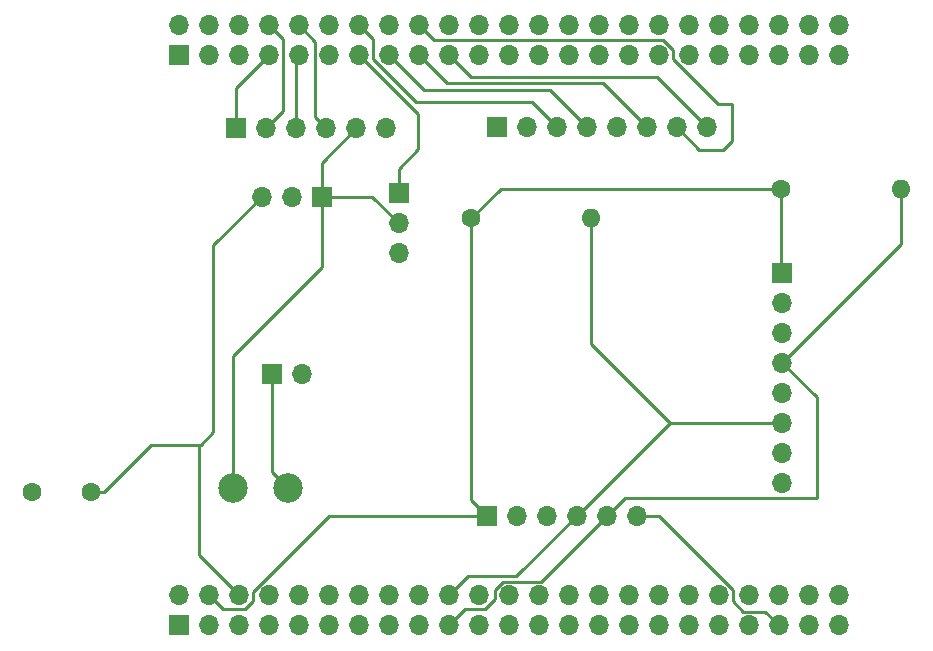
<source format=gbr>
%TF.GenerationSoftware,KiCad,Pcbnew,(6.0.9)*%
%TF.CreationDate,2022-12-18T22:03:13-05:00*%
%TF.ProjectId,cape,63617065-2e6b-4696-9361-645f70636258,rev?*%
%TF.SameCoordinates,Original*%
%TF.FileFunction,Copper,L1,Top*%
%TF.FilePolarity,Positive*%
%FSLAX46Y46*%
G04 Gerber Fmt 4.6, Leading zero omitted, Abs format (unit mm)*
G04 Created by KiCad (PCBNEW (6.0.9)) date 2022-12-18 22:03:13*
%MOMM*%
%LPD*%
G01*
G04 APERTURE LIST*
%TA.AperFunction,ComponentPad*%
%ADD10R,1.700000X1.700000*%
%TD*%
%TA.AperFunction,ComponentPad*%
%ADD11O,1.700000X1.700000*%
%TD*%
%TA.AperFunction,ComponentPad*%
%ADD12C,2.500000*%
%TD*%
%TA.AperFunction,ComponentPad*%
%ADD13O,1.600000X1.600000*%
%TD*%
%TA.AperFunction,ComponentPad*%
%ADD14C,1.600000*%
%TD*%
%TA.AperFunction,Conductor*%
%ADD15C,0.250000*%
%TD*%
G04 APERTURE END LIST*
D10*
%TO.P,U3,1,Vin*%
%TO.N,+3.3V*%
X170739000Y-68250000D03*
D11*
%TO.P,U3,2,3vo*%
%TO.N,unconnected-(U3-Pad2)*%
X170739000Y-70790000D03*
%TO.P,U3,3,GND*%
%TO.N,GNDD*%
X170739000Y-73330000D03*
%TO.P,U3,4,SCL*%
%TO.N,/I2C2.SCL*%
X170739000Y-75870000D03*
%TO.P,U3,5,SDO*%
%TO.N,unconnected-(U3-Pad5)*%
X170739000Y-78410000D03*
%TO.P,U3,6,SDA*%
%TO.N,/I2C2.SDA*%
X170739000Y-80950000D03*
%TO.P,U3,7,CS*%
%TO.N,unconnected-(U3-Pad7)*%
X170739000Y-83490000D03*
%TO.P,U3,8,INT*%
%TO.N,unconnected-(U3-Pad8)*%
X170739000Y-86030000D03*
%TD*%
D10*
%TO.P,U1,1,In_A1*%
%TO.N,/GPIO[66]*%
X124510600Y-56007600D03*
D11*
%TO.P,U1,2,In_A2*%
%TO.N,/GPIO[67]*%
X127050600Y-56007600D03*
%TO.P,U1,3,In_B1*%
%TO.N,/GPIO[69]*%
X129590600Y-56007600D03*
%TO.P,U1,4,In_B2*%
%TO.N,/GPIO[68]*%
X132130600Y-56007600D03*
%TO.P,U1,5,Vs*%
%TO.N,/+7.4V*%
X134670600Y-56007600D03*
%TO.P,U1,6,GND*%
%TO.N,GNDD*%
X137210600Y-56007600D03*
%TD*%
D10*
%TO.P,M1,1,PWM*%
%TO.N,/GPIO[23]*%
X138252400Y-61493600D03*
D11*
%TO.P,M1,2,+*%
%TO.N,/+7.4V*%
X138252400Y-64033600D03*
%TO.P,M1,3,-*%
%TO.N,GNDD*%
X138252400Y-66573600D03*
%TD*%
D10*
%TO.P,H1,1,1*%
%TO.N,unconnected-(H1-Pad1)*%
X146558200Y-55880200D03*
D11*
%TO.P,H1,2,2*%
%TO.N,unconnected-(H1-Pad2)*%
X149098200Y-55880200D03*
%TO.P,H1,3,3*%
%TO.N,/GPIO[26]*%
X151638200Y-55880200D03*
%TO.P,H1,4,4*%
%TO.N,/GPIO[47]*%
X154178200Y-55880200D03*
%TO.P,H1,5,5*%
%TO.N,unconnected-(H1-Pad5)*%
X156718200Y-55880200D03*
%TO.P,H1,6,6*%
%TO.N,/GPIO[27]*%
X159258200Y-55880200D03*
%TO.P,H1,7,7*%
%TO.N,/GPIO[65]*%
X161798200Y-55880200D03*
%TO.P,H1,8,8*%
%TO.N,/GPIO[22]*%
X164338200Y-55880200D03*
%TD*%
%TO.P,P2,46,Pin_46*%
%TO.N,/LCD.DATA[1]*%
X175565000Y-47295000D03*
%TO.P,P2,45,Pin_45*%
%TO.N,GNDD*%
X175565000Y-49835000D03*
%TO.P,P2,44,Pin_44*%
%TO.N,/LCD.DATA[3]*%
X173025000Y-47295000D03*
%TO.P,P2,43,Pin_43*%
%TO.N,/LCD.DATA[0]*%
X173025000Y-49835000D03*
%TO.P,P2,42,Pin_42*%
%TO.N,/LCD.DATA[5]*%
X170485000Y-47295000D03*
%TO.P,P2,41,Pin_41*%
%TO.N,/LCD.DATA[2]*%
X170485000Y-49835000D03*
%TO.P,P2,40,Pin_40*%
%TO.N,/LCD.DATA[7]*%
X167945000Y-47295000D03*
%TO.P,P2,39,Pin_39*%
%TO.N,/LCD.DATA[4]*%
X167945000Y-49835000D03*
%TO.P,P2,38,Pin_38*%
%TO.N,/LCD.DATA[9]*%
X165405000Y-47295000D03*
%TO.P,P2,37,Pin_37*%
%TO.N,/LCD.DATA[6]*%
X165405000Y-49835000D03*
%TO.P,P2,36,Pin_36*%
%TO.N,/LCD.DATA[10]*%
X162865000Y-47295000D03*
%TO.P,P2,35,Pin_35*%
%TO.N,/LCD.DATA[8]*%
X162865000Y-49835000D03*
%TO.P,P2,34,Pin_34*%
%TO.N,/LCD.DATA[11]*%
X160325000Y-47295000D03*
%TO.P,P2,33,Pin_33*%
%TO.N,/LCD.DATA[13]*%
X160325000Y-49835000D03*
%TO.P,P2,32,Pin_32*%
%TO.N,/LCD.DATA[15]*%
X157785000Y-47295000D03*
%TO.P,P2,31,Pin_31*%
%TO.N,/LCD.DATA[14]*%
X157785000Y-49835000D03*
%TO.P,P2,30,Pin_30*%
%TO.N,/LCD.AC_BIAS_E*%
X155245000Y-47295000D03*
%TO.P,P2,29,Pin_29*%
%TO.N,/LCD.HSYNC*%
X155245000Y-49835000D03*
%TO.P,P2,28,Pin_28*%
%TO.N,/GPIO[61]*%
X152705000Y-47295000D03*
%TO.P,P2,27,Pin_27*%
%TO.N,/LCD.VSYNC*%
X152705000Y-49835000D03*
%TO.P,P2,26,Pin_26*%
%TO.N,/LCD.PCLK*%
X150165000Y-47295000D03*
%TO.P,P2,25,Pin_25*%
%TO.N,/MMC1.DAT[0]*%
X150165000Y-49835000D03*
%TO.P,P2,24,Pin_24*%
%TO.N,/MMC1.DAT[1]*%
X147625000Y-47295000D03*
%TO.P,P2,23,Pin_23*%
%TO.N,/MMC1.DAT[4]*%
X147625000Y-49835000D03*
%TO.P,P2,22,Pin_22*%
%TO.N,/MMC1.DAT[5]*%
X145085000Y-47295000D03*
%TO.P,P2,21,Pin_21*%
%TO.N,/MMC1.CLK*%
X145085000Y-49835000D03*
%TO.P,P2,20,Pin_20*%
%TO.N,/MMC1.CMD*%
X142545000Y-47295000D03*
%TO.P,P2,19,Pin_19*%
%TO.N,/GPIO[22]*%
X142545000Y-49835000D03*
%TO.P,P2,18,Pin_18*%
%TO.N,/GPIO[65]*%
X140005000Y-47295000D03*
%TO.P,P2,17,Pin_17*%
%TO.N,/GPIO[27]*%
X140005000Y-49835000D03*
%TO.P,P2,16,Pin_16*%
%TO.N,/GPIO[46]*%
X137465000Y-47295000D03*
%TO.P,P2,15,Pin_15*%
%TO.N,/GPIO[47]*%
X137465000Y-49835000D03*
%TO.P,P2,14,Pin_14*%
%TO.N,/GPIO[26]*%
X134925000Y-47295000D03*
%TO.P,P2,13,Pin_13*%
%TO.N,/GPIO[23]*%
X134925000Y-49835000D03*
%TO.P,P2,12,Pin_12*%
%TO.N,/GPIO[44]*%
X132385000Y-47295000D03*
%TO.P,P2,11,Pin_11*%
%TO.N,/GPIO[45]*%
X132385000Y-49835000D03*
%TO.P,P2,10,Pin_10*%
%TO.N,/GPIO[68]*%
X129845000Y-47295000D03*
%TO.P,P2,9,Pin_9*%
%TO.N,/GPIO[69]*%
X129845000Y-49835000D03*
%TO.P,P2,8,Pin_8*%
%TO.N,/GPIO[67]*%
X127305000Y-47295000D03*
%TO.P,P2,7,Pin_7*%
%TO.N,/GPIO[66]*%
X127305000Y-49835000D03*
%TO.P,P2,6,Pin_6*%
%TO.N,/MMC1.DAT[3]*%
X124765000Y-47295000D03*
%TO.P,P2,5,Pin_5*%
%TO.N,/MMC1.DAT[2]*%
X124765000Y-49835000D03*
%TO.P,P2,4,Pin_4*%
%TO.N,/MMC1.DAT[7]*%
X122225000Y-47295000D03*
%TO.P,P2,3,Pin_3*%
%TO.N,/MMC1.DAT[6]*%
X122225000Y-49835000D03*
%TO.P,P2,2,Pin_2*%
%TO.N,GNDD*%
X119685000Y-47295000D03*
D10*
%TO.P,P2,1,Pin_1*%
X119685000Y-49835000D03*
%TD*%
%TO.P,P1,1,Pin_1*%
%TO.N,GNDD*%
X119685000Y-98095000D03*
D11*
%TO.P,P1,2,Pin_2*%
X119685000Y-95555000D03*
%TO.P,P1,3,Pin_3*%
%TO.N,+3.3V*%
X122225000Y-98095000D03*
%TO.P,P1,4,Pin_4*%
X122225000Y-95555000D03*
%TO.P,P1,5,Pin_5*%
%TO.N,+5V*%
X124765000Y-98095000D03*
%TO.P,P1,6,Pin_6*%
X124765000Y-95555000D03*
%TO.P,P1,7,Pin_7*%
%TO.N,VBUS*%
X127305000Y-98095000D03*
%TO.P,P1,8,Pin_8*%
X127305000Y-95555000D03*
%TO.P,P1,9,Pin_9*%
%TO.N,/PWR_BUT*%
X129845000Y-98095000D03*
%TO.P,P1,10,Pin_10*%
%TO.N,/~{SYS_RESET}*%
X129845000Y-95555000D03*
%TO.P,P1,11,Pin_11*%
%TO.N,/GPIO[30]*%
X132385000Y-98095000D03*
%TO.P,P1,12,Pin_12*%
%TO.N,/GPIO[60]*%
X132385000Y-95555000D03*
%TO.P,P1,13,Pin_13*%
%TO.N,/GPIO[31]*%
X134925000Y-98095000D03*
%TO.P,P1,14,Pin_14*%
%TO.N,/GPIO[40]*%
X134925000Y-95555000D03*
%TO.P,P1,15,Pin_15*%
%TO.N,/GPIO[48]*%
X137465000Y-98095000D03*
%TO.P,P1,16,Pin_16*%
%TO.N,/GPIO[51]*%
X137465000Y-95555000D03*
%TO.P,P1,17,Pin_17*%
%TO.N,/GPIO[4]*%
X140005000Y-98095000D03*
%TO.P,P1,18,Pin_18*%
%TO.N,/GPIO[5]*%
X140005000Y-95555000D03*
%TO.P,P1,19,Pin_19*%
%TO.N,/I2C2.SCL*%
X142545000Y-98095000D03*
%TO.P,P1,20,Pin_20*%
%TO.N,/I2C2.SDA*%
X142545000Y-95555000D03*
%TO.P,P1,21,Pin_21*%
%TO.N,/GPIO[3]*%
X145085000Y-98095000D03*
%TO.P,P1,22,Pin_22*%
%TO.N,/GPIO[2]*%
X145085000Y-95555000D03*
%TO.P,P1,23,Pin_23*%
%TO.N,/GPIO[49]*%
X147625000Y-98095000D03*
%TO.P,P1,24,Pin_24*%
%TO.N,/GPIO[15]*%
X147625000Y-95555000D03*
%TO.P,P1,25,Pin_25*%
%TO.N,/GPIO[117]*%
X150165000Y-98095000D03*
%TO.P,P1,26,Pin_26*%
%TO.N,/GPIO[14]*%
X150165000Y-95555000D03*
%TO.P,P1,27,Pin_27*%
%TO.N,/GPIO[125]*%
X152705000Y-98095000D03*
%TO.P,P1,28,Pin_28*%
%TO.N,/SPI1.CS0*%
X152705000Y-95555000D03*
%TO.P,P1,29,Pin_29*%
%TO.N,/SPI1.D0*%
X155245000Y-98095000D03*
%TO.P,P1,30,Pin_30*%
%TO.N,/GPIO[122]*%
X155245000Y-95555000D03*
%TO.P,P1,31,Pin_31*%
%TO.N,/SPI1.SCLK*%
X157785000Y-98095000D03*
%TO.P,P1,32,Pin_32*%
%TO.N,+1V8*%
X157785000Y-95555000D03*
%TO.P,P1,33,Pin_33*%
%TO.N,/AIN4*%
X160325000Y-98095000D03*
%TO.P,P1,34,Pin_34*%
%TO.N,GNDA*%
X160325000Y-95555000D03*
%TO.P,P1,35,Pin_35*%
%TO.N,/AIN6*%
X162865000Y-98095000D03*
%TO.P,P1,36,Pin_36*%
%TO.N,/AIN5*%
X162865000Y-95555000D03*
%TO.P,P1,37,Pin_37*%
%TO.N,/AIN2*%
X165405000Y-98095000D03*
%TO.P,P1,38,Pin_38*%
%TO.N,/AIN3*%
X165405000Y-95555000D03*
%TO.P,P1,39,Pin_39*%
%TO.N,/AIN0*%
X167945000Y-98095000D03*
%TO.P,P1,40,Pin_40*%
%TO.N,/AIN1*%
X167945000Y-95555000D03*
%TO.P,P1,41,Pin_41*%
%TO.N,/GPIO[20]*%
X170485000Y-98095000D03*
%TO.P,P1,42,Pin_42*%
%TO.N,/GPIO[7]*%
X170485000Y-95555000D03*
%TO.P,P1,43,Pin_43*%
%TO.N,GNDD*%
X173025000Y-98095000D03*
%TO.P,P1,44,Pin_44*%
X173025000Y-95555000D03*
%TO.P,P1,45,Pin_45*%
X175565000Y-98095000D03*
%TO.P,P1,46,Pin_46*%
X175565000Y-95555000D03*
%TD*%
%TO.P,U2,6,RST*%
%TO.N,/GPIO[20]*%
X158420000Y-88824000D03*
%TO.P,U2,5,SCL*%
%TO.N,/I2C2.SCL*%
X155880000Y-88824000D03*
%TO.P,U2,4,SDA*%
%TO.N,/I2C2.SDA*%
X153340000Y-88824000D03*
%TO.P,U2,3,GND*%
%TO.N,GNDD*%
X150800000Y-88824000D03*
%TO.P,U2,2,3vo*%
%TO.N,unconnected-(U2-Pad2)*%
X148260000Y-88824000D03*
D10*
%TO.P,U2,1,Vin*%
%TO.N,+3.3V*%
X145720000Y-88824000D03*
%TD*%
%TO.P,BT1,1,+*%
%TO.N,Net-(BT1-Pad1)*%
X127503200Y-76835200D03*
D11*
%TO.P,BT1,2,-*%
%TO.N,GNDD*%
X130043200Y-76835200D03*
%TD*%
D12*
%TO.P,SW1,2,B*%
%TO.N,/+7.4V*%
X124268400Y-86436400D03*
%TO.P,SW1,1,A*%
%TO.N,Net-(BT1-Pad1)*%
X128868400Y-86436400D03*
%TD*%
D11*
%TO.P,U4,3,Vout*%
%TO.N,+5V*%
X126695400Y-61798400D03*
%TO.P,U4,2,GND*%
%TO.N,GNDD*%
X129235400Y-61798400D03*
D10*
%TO.P,U4,1,Vin*%
%TO.N,/+7.4V*%
X131775400Y-61798400D03*
%TD*%
D13*
%TO.P,R2,2*%
%TO.N,/I2C2.SDA*%
X154559200Y-63601800D03*
D14*
%TO.P,R2,1*%
%TO.N,+3.3V*%
X144399200Y-63601800D03*
%TD*%
%TO.P,C1,2*%
%TO.N,GNDD*%
X107192000Y-86792000D03*
%TO.P,C1,1*%
%TO.N,+5V*%
X112192000Y-86792000D03*
%TD*%
%TO.P,R1,1*%
%TO.N,+3.3V*%
X170662800Y-61112600D03*
D13*
%TO.P,R1,2*%
%TO.N,/I2C2.SCL*%
X180822800Y-61112600D03*
%TD*%
D15*
%TO.N,+3.3V*%
X170662800Y-68173800D02*
X170739000Y-68250000D01*
X170662800Y-61112600D02*
X170662800Y-68173800D01*
X144399200Y-87503200D02*
X145720000Y-88824000D01*
X144399200Y-63601800D02*
X144399200Y-87503200D01*
X132374299Y-88824000D02*
X145720000Y-88824000D01*
X125251701Y-96730000D02*
X125940000Y-96041701D01*
X123400000Y-96730000D02*
X125251701Y-96730000D01*
X122225000Y-95555000D02*
X123400000Y-96730000D01*
X125940000Y-96041701D02*
X125940000Y-95258299D01*
X125940000Y-95258299D02*
X132374299Y-88824000D01*
%TO.N,/GPIO[20]*%
X167458299Y-96920000D02*
X169310000Y-96920000D01*
X166580000Y-96041701D02*
X167458299Y-96920000D01*
X166580000Y-95068299D02*
X166580000Y-96041701D01*
X158420000Y-88824000D02*
X160335701Y-88824000D01*
X160335701Y-88824000D02*
X166580000Y-95068299D01*
X169310000Y-96920000D02*
X170485000Y-98095000D01*
%TO.N,/I2C2.SDA*%
X144170000Y-93930000D02*
X142545000Y-95555000D01*
X148234000Y-93930000D02*
X144170000Y-93930000D01*
X153340000Y-88824000D02*
X148234000Y-93930000D01*
%TO.N,/I2C2.SCL*%
X146450000Y-95068299D02*
X146450000Y-95851701D01*
X146450000Y-95851701D02*
X145571701Y-96730000D01*
X147138299Y-94380000D02*
X146450000Y-95068299D01*
X150324000Y-94380000D02*
X147138299Y-94380000D01*
X145571701Y-96730000D02*
X143910000Y-96730000D01*
X143910000Y-96730000D02*
X142545000Y-98095000D01*
X155880000Y-88824000D02*
X150324000Y-94380000D01*
X173660000Y-87300000D02*
X157404000Y-87300000D01*
X173660000Y-78791000D02*
X173660000Y-87300000D01*
X170739000Y-75870000D02*
X173660000Y-78791000D01*
X157404000Y-87300000D02*
X155880000Y-88824000D01*
%TO.N,/I2C2.SDA*%
X154559200Y-74295200D02*
X154559200Y-63601800D01*
X161214000Y-80950000D02*
X154559200Y-74295200D01*
X161214000Y-80950000D02*
X170739000Y-80950000D01*
X153340000Y-88824000D02*
X161214000Y-80950000D01*
%TO.N,/I2C2.SCL*%
X180822800Y-61112600D02*
X180822800Y-65786200D01*
X180822800Y-65786200D02*
X170739000Y-75870000D01*
%TO.N,/+7.4V*%
X136017200Y-61798400D02*
X131775400Y-61798400D01*
X138252400Y-64033600D02*
X136017200Y-61798400D01*
X131775400Y-58902800D02*
X134670600Y-56007600D01*
X131775400Y-61798400D02*
X131775400Y-58902800D01*
%TO.N,/GPIO[65]*%
X141224200Y-48514200D02*
X140005000Y-47295000D01*
X160674000Y-48514200D02*
X141224200Y-48514200D01*
X161518800Y-49359000D02*
X160674000Y-48514200D01*
X165292699Y-53924400D02*
X161518800Y-50150501D01*
X161518800Y-50150501D02*
X161518800Y-49359000D01*
X166446400Y-53924400D02*
X165292699Y-53924400D01*
X163728600Y-57810600D02*
X165709800Y-57810600D01*
X165709800Y-57810600D02*
X166446400Y-57074000D01*
X166446400Y-57074000D02*
X166446400Y-53924400D01*
X161798200Y-55880200D02*
X163728600Y-57810600D01*
%TO.N,/GPIO[22]*%
X144373800Y-51663800D02*
X142545000Y-49835000D01*
X164338200Y-55880200D02*
X160121800Y-51663800D01*
X160121800Y-51663800D02*
X144373800Y-51663800D01*
%TO.N,/GPIO[27]*%
X142367200Y-52197200D02*
X140005000Y-49835000D01*
X159258200Y-55880200D02*
X155575200Y-52197200D01*
X155575200Y-52197200D02*
X142367200Y-52197200D01*
%TO.N,/GPIO[47]*%
X140411400Y-52781400D02*
X137465000Y-49835000D01*
X151079400Y-52781400D02*
X140411400Y-52781400D01*
X154178200Y-55880200D02*
X151079400Y-52781400D01*
%TO.N,/GPIO[23]*%
X139903400Y-54813400D02*
X134925000Y-49835000D01*
X138252400Y-59436200D02*
X139903400Y-57785200D01*
X138252400Y-61493600D02*
X138252400Y-59436200D01*
X139903400Y-57785200D02*
X139903400Y-54813400D01*
%TO.N,/GPIO[26]*%
X136100000Y-50131701D02*
X136100000Y-48470000D01*
X139740299Y-53772000D02*
X136100000Y-50131701D01*
X136100000Y-48470000D02*
X134925000Y-47295000D01*
X149530000Y-53772000D02*
X139740299Y-53772000D01*
X151638200Y-55880200D02*
X149530000Y-53772000D01*
%TO.N,+3.3V*%
X144399200Y-63601800D02*
X146888400Y-61112600D01*
X146888400Y-61112600D02*
X170662800Y-61112600D01*
%TO.N,+5V*%
X121336000Y-92126000D02*
X124765000Y-95555000D01*
X121336000Y-82778800D02*
X121336000Y-92126000D01*
X121336000Y-82778800D02*
X121539200Y-82778800D01*
X117336570Y-82778800D02*
X121336000Y-82778800D01*
X122580600Y-65913200D02*
X126695400Y-61798400D01*
X122580600Y-81737400D02*
X122580600Y-65913200D01*
X121539200Y-82778800D02*
X122580600Y-81737400D01*
X113323370Y-86792000D02*
X117336570Y-82778800D01*
X112192000Y-86792000D02*
X113323370Y-86792000D01*
%TO.N,Net-(BT1-Pad1)*%
X127503200Y-85071200D02*
X128868400Y-86436400D01*
X127503200Y-76835200D02*
X127503200Y-85071200D01*
%TO.N,/+7.4V*%
X124268400Y-75249000D02*
X124268400Y-86436400D01*
X131775400Y-67742000D02*
X124268400Y-75249000D01*
X131775400Y-61798400D02*
X131775400Y-67742000D01*
%TO.N,/GPIO[68]*%
X131210000Y-48660000D02*
X129845000Y-47295000D01*
X131210000Y-55087000D02*
X131210000Y-48660000D01*
X132130600Y-56007600D02*
X131210000Y-55087000D01*
%TO.N,/GPIO[69]*%
X129590600Y-50089400D02*
X129845000Y-49835000D01*
X129590600Y-56007600D02*
X129590600Y-50089400D01*
%TO.N,/GPIO[67]*%
X128480000Y-54578200D02*
X128480000Y-48470000D01*
X128480000Y-48470000D02*
X127305000Y-47295000D01*
X127050600Y-56007600D02*
X128480000Y-54578200D01*
%TO.N,/GPIO[66]*%
X124510600Y-52629400D02*
X127305000Y-49835000D01*
X124510600Y-56007600D02*
X124510600Y-52629400D01*
%TD*%
M02*

</source>
